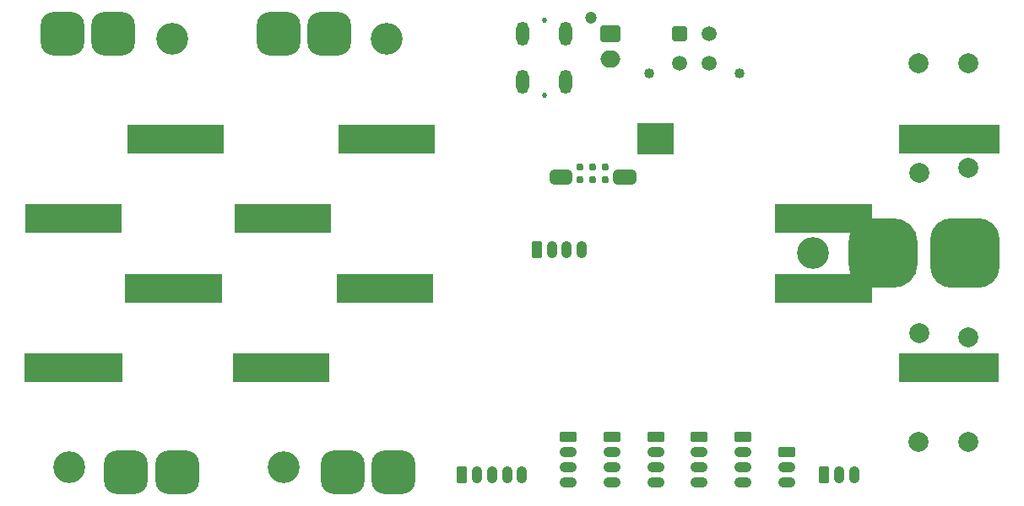
<source format=gbs>
G04 #@! TF.GenerationSoftware,KiCad,Pcbnew,9.0.2*
G04 #@! TF.CreationDate,2025-07-16T03:37:52+03:00*
G04 #@! TF.ProjectId,dcesc-ga25,64636573-632d-4676-9132-352e6b696361,rev?*
G04 #@! TF.SameCoordinates,Original*
G04 #@! TF.FileFunction,Soldermask,Bot*
G04 #@! TF.FilePolarity,Negative*
%FSLAX46Y46*%
G04 Gerber Fmt 4.6, Leading zero omitted, Abs format (unit mm)*
G04 Created by KiCad (PCBNEW 9.0.2) date 2025-07-16 03:37:52*
%MOMM*%
%LPD*%
G01*
G04 APERTURE LIST*
G04 Aperture macros list*
%AMRoundRect*
0 Rectangle with rounded corners*
0 $1 Rounding radius*
0 $2 $3 $4 $5 $6 $7 $8 $9 X,Y pos of 4 corners*
0 Add a 4 corners polygon primitive as box body*
4,1,4,$2,$3,$4,$5,$6,$7,$8,$9,$2,$3,0*
0 Add four circle primitives for the rounded corners*
1,1,$1+$1,$2,$3*
1,1,$1+$1,$4,$5*
1,1,$1+$1,$6,$7*
1,1,$1+$1,$8,$9*
0 Add four rect primitives between the rounded corners*
20,1,$1+$1,$2,$3,$4,$5,0*
20,1,$1+$1,$4,$5,$6,$7,0*
20,1,$1+$1,$6,$7,$8,$9,0*
20,1,$1+$1,$8,$9,$2,$3,0*%
%AMFreePoly0*
4,1,23,0.500000,-0.750000,0.000000,-0.750000,0.000000,-0.745722,-0.065263,-0.745722,-0.191342,-0.711940,-0.304381,-0.646677,-0.396677,-0.554381,-0.461940,-0.441342,-0.495722,-0.315263,-0.495722,-0.250000,-0.500000,-0.250000,-0.500000,0.250000,-0.495722,0.250000,-0.495722,0.315263,-0.461940,0.441342,-0.396677,0.554381,-0.304381,0.646677,-0.191342,0.711940,-0.065263,0.745722,0.000000,0.745722,
0.000000,0.750000,0.500000,0.750000,0.500000,-0.750000,0.500000,-0.750000,$1*%
%AMFreePoly1*
4,1,23,0.000000,0.745722,0.065263,0.745722,0.191342,0.711940,0.304381,0.646677,0.396677,0.554381,0.461940,0.441342,0.495722,0.315263,0.495722,0.250000,0.500000,0.250000,0.500000,-0.250000,0.495722,-0.250000,0.495722,-0.315263,0.461940,-0.441342,0.396677,-0.554381,0.304381,-0.646677,0.191342,-0.711940,0.065263,-0.745722,0.000000,-0.745722,0.000000,-0.750000,-0.500000,-0.750000,
-0.500000,0.750000,0.000000,0.750000,0.000000,0.745722,0.000000,0.745722,$1*%
G04 Aperture macros list end*
%ADD10C,0.100000*%
%ADD11RoundRect,1.000000X0.000010X0.000010X-0.000010X0.000010X-0.000010X-0.000010X0.000010X-0.000010X0*%
%ADD12C,2.000000*%
%ADD13RoundRect,2.249998X-1.250002X-1.250002X1.250002X-1.250002X1.250002X1.250002X-1.250002X1.250002X0*%
%ADD14C,3.200000*%
%ADD15RoundRect,0.250000X-0.265000X-0.615000X0.265000X-0.615000X0.265000X0.615000X-0.265000X0.615000X0*%
%ADD16O,1.030000X1.730000*%
%ADD17C,1.020000*%
%ADD18RoundRect,0.250001X-0.499999X-0.499999X0.499999X-0.499999X0.499999X0.499999X-0.499999X0.499999X0*%
%ADD19C,1.500000*%
%ADD20RoundRect,1.400000X0.800000X-0.800000X0.800000X0.800000X-0.800000X0.800000X-0.800000X-0.800000X0*%
%ADD21RoundRect,0.250000X-0.615000X0.265000X-0.615000X-0.265000X0.615000X-0.265000X0.615000X0.265000X0*%
%ADD22O,1.730000X1.030000*%
%ADD23C,0.770000*%
%ADD24C,0.520000*%
%ADD25O,1.304000X2.404000*%
%ADD26C,1.200000*%
%ADD27RoundRect,0.250000X-0.750000X0.600000X-0.750000X-0.600000X0.750000X-0.600000X0.750000X0.600000X0*%
%ADD28O,2.000000X1.700000*%
%ADD29RoundRect,2.559998X-0.940002X-0.940002X0.940002X-0.940002X0.940002X0.940002X-0.940002X0.940002X0*%
%ADD30RoundRect,1.000000X0.000011X0.000009X-0.000009X0.000011X-0.000011X-0.000009X0.000009X-0.000011X0*%
%ADD31RoundRect,1.000000X0.000009X0.000011X-0.000011X0.000009X-0.000009X-0.000011X0.000011X-0.000009X0*%
%ADD32RoundRect,1.400000X-0.800000X0.800000X-0.800000X-0.800000X0.800000X-0.800000X0.800000X0.800000X0*%
%ADD33FreePoly0,0.000000*%
%ADD34FreePoly1,0.000000*%
%ADD35FreePoly0,180.000000*%
%ADD36FreePoly1,180.000000*%
G04 APERTURE END LIST*
D10*
X177200000Y-77100000D02*
X186800000Y-77100000D01*
X186800000Y-79900000D01*
X177200000Y-79900000D01*
X177200000Y-77100000D01*
G36*
X177200000Y-77100000D02*
G01*
X186800000Y-77100000D01*
X186800000Y-79900000D01*
X177200000Y-79900000D01*
X177200000Y-77100000D01*
G37*
X133200000Y-77100000D02*
X142800000Y-77100000D01*
X142800000Y-79900000D01*
X133200000Y-79900000D01*
X133200000Y-77100000D01*
G36*
X133200000Y-77100000D02*
G01*
X142800000Y-77100000D01*
X142800000Y-79900000D01*
X133200000Y-79900000D01*
X133200000Y-77100000D01*
G37*
X122800000Y-85100000D02*
X132400000Y-85100000D01*
X132400000Y-87900000D01*
X122800000Y-87900000D01*
X122800000Y-85100000D01*
G36*
X122800000Y-85100000D02*
G01*
X132400000Y-85100000D01*
X132400000Y-87900000D01*
X122800000Y-87900000D01*
X122800000Y-85100000D01*
G37*
X163400000Y-62000000D02*
X166900000Y-62000000D01*
X166900000Y-65000000D01*
X163400000Y-65000000D01*
X163400000Y-62000000D01*
G36*
X163400000Y-62000000D02*
G01*
X166900000Y-62000000D01*
X166900000Y-65000000D01*
X163400000Y-65000000D01*
X163400000Y-62000000D01*
G37*
X123000000Y-70100000D02*
X132600000Y-70100000D01*
X132600000Y-72900000D01*
X123000000Y-72900000D01*
X123000000Y-70100000D01*
G36*
X123000000Y-70100000D02*
G01*
X132600000Y-70100000D01*
X132600000Y-72900000D01*
X123000000Y-72900000D01*
X123000000Y-70100000D01*
G37*
X177200000Y-70100000D02*
X186800000Y-70100000D01*
X186800000Y-72900000D01*
X177200000Y-72900000D01*
X177200000Y-70100000D01*
G36*
X177200000Y-70100000D02*
G01*
X186800000Y-70100000D01*
X186800000Y-72900000D01*
X177200000Y-72900000D01*
X177200000Y-70100000D01*
G37*
X101950000Y-85100000D02*
X111650000Y-85100000D01*
X111650000Y-87900000D01*
X101950000Y-87900000D01*
X101950000Y-85100000D01*
G36*
X101950000Y-85100000D02*
G01*
X111650000Y-85100000D01*
X111650000Y-87900000D01*
X101950000Y-87900000D01*
X101950000Y-85100000D01*
G37*
X189600000Y-62100000D02*
X199600000Y-62100000D01*
X199600000Y-64900000D01*
X189600000Y-64900000D01*
X189600000Y-62100000D01*
G36*
X189600000Y-62100000D02*
G01*
X199600000Y-62100000D01*
X199600000Y-64900000D01*
X189600000Y-64900000D01*
X189600000Y-62100000D01*
G37*
X112200000Y-62100000D02*
X121800000Y-62100000D01*
X121800000Y-64900000D01*
X112200000Y-64900000D01*
X112200000Y-62100000D01*
G36*
X112200000Y-62100000D02*
G01*
X121800000Y-62100000D01*
X121800000Y-64900000D01*
X112200000Y-64900000D01*
X112200000Y-62100000D01*
G37*
X102000000Y-70100000D02*
X111600000Y-70100000D01*
X111600000Y-72900000D01*
X102000000Y-72900000D01*
X102000000Y-70100000D01*
G36*
X102000000Y-70100000D02*
G01*
X111600000Y-70100000D01*
X111600000Y-72900000D01*
X102000000Y-72900000D01*
X102000000Y-70100000D01*
G37*
X189650000Y-85100000D02*
X199550000Y-85100000D01*
X199550000Y-87900000D01*
X189650000Y-87900000D01*
X189650000Y-85100000D01*
G36*
X189650000Y-85100000D02*
G01*
X199550000Y-85100000D01*
X199550000Y-87900000D01*
X189650000Y-87900000D01*
X189650000Y-85100000D01*
G37*
X133400000Y-62100000D02*
X143000000Y-62100000D01*
X143000000Y-64900000D01*
X133400000Y-64900000D01*
X133400000Y-62100000D01*
G36*
X133400000Y-62100000D02*
G01*
X143000000Y-62100000D01*
X143000000Y-64900000D01*
X133400000Y-64900000D01*
X133400000Y-62100000D01*
G37*
X112000000Y-77100000D02*
X121600000Y-77100000D01*
X121600000Y-79900000D01*
X112000000Y-79900000D01*
X112000000Y-77100000D01*
G36*
X112000000Y-77100000D02*
G01*
X121600000Y-77100000D01*
X121600000Y-79900000D01*
X112000000Y-79900000D01*
X112000000Y-77100000D01*
G37*
G04 #@! TO.C,J1*
G36*
X155550000Y-68150000D02*
G01*
X155850000Y-68150000D01*
X155850000Y-66650000D01*
X155550000Y-66650000D01*
X155550000Y-68150000D01*
G37*
G04 #@! TO.C,J2*
G36*
X162250000Y-66650000D02*
G01*
X161950000Y-66650000D01*
X161950000Y-68150000D01*
X162250000Y-68150000D01*
X162250000Y-66650000D01*
G37*
G04 #@! TD*
D11*
G04 #@! TO.C,C65*
X196600000Y-56000000D03*
D12*
X191600000Y-56000000D03*
G04 #@! TD*
D13*
G04 #@! TO.C,J18*
X196200000Y-75000000D03*
G04 #@! TD*
D14*
G04 #@! TO.C,H1*
X106400000Y-96500000D03*
G04 #@! TD*
G04 #@! TO.C,H4*
X116700000Y-53500000D03*
G04 #@! TD*
D15*
G04 #@! TO.C,X8*
X182100000Y-97250000D03*
D16*
X183600000Y-97250000D03*
X185100000Y-97250000D03*
G04 #@! TD*
D17*
G04 #@! TO.C,X1*
X164600000Y-56940000D03*
X173600000Y-56940000D03*
D18*
X167600000Y-53000000D03*
D19*
X170600000Y-53000000D03*
X167600000Y-56000000D03*
X170600000Y-56000000D03*
G04 #@! TD*
D20*
G04 #@! TO.C,J7*
X110800000Y-53000000D03*
G04 #@! TD*
G04 #@! TO.C,J5*
X133800000Y-97000000D03*
G04 #@! TD*
D21*
G04 #@! TO.C,X5*
X169600000Y-93500000D03*
D22*
X169600000Y-95000000D03*
X169600000Y-96500000D03*
X169600000Y-98000000D03*
G04 #@! TD*
D20*
G04 #@! TO.C,J4*
X112100000Y-97000000D03*
G04 #@! TD*
D21*
G04 #@! TO.C,X6*
X174000000Y-93500000D03*
D22*
X174000000Y-95000000D03*
X174000000Y-96500000D03*
X174000000Y-98000000D03*
G04 #@! TD*
D11*
G04 #@! TO.C,C68*
X196600000Y-94000000D03*
D12*
X191600000Y-94000000D03*
G04 #@! TD*
D20*
G04 #@! TO.C,J10*
X132500000Y-53000000D03*
G04 #@! TD*
D21*
G04 #@! TO.C,X4*
X165200000Y-93500000D03*
D22*
X165200000Y-95000000D03*
X165200000Y-96500000D03*
X165200000Y-98000000D03*
G04 #@! TD*
D15*
G04 #@! TO.C,X11*
X153300000Y-74650000D03*
D16*
X154800000Y-74650000D03*
X156300000Y-74650000D03*
X157800000Y-74650000D03*
G04 #@! TD*
D21*
G04 #@! TO.C,X9*
X178400000Y-95000000D03*
D22*
X178400000Y-96500000D03*
X178400000Y-98000000D03*
G04 #@! TD*
D23*
G04 #@! TO.C,U13*
X157600000Y-67650000D03*
X158900000Y-67650000D03*
X160200000Y-67650000D03*
X157600000Y-66350000D03*
X158900000Y-66350000D03*
X160200000Y-66350000D03*
G04 #@! TD*
D24*
G04 #@! TO.C,X12*
X154050000Y-59150000D03*
X154050000Y-51650000D03*
D25*
X151900000Y-57800000D03*
X156200000Y-57800000D03*
X151900000Y-53000000D03*
X156200000Y-53000000D03*
G04 #@! TD*
D14*
G04 #@! TO.C,H2*
X127900000Y-96500000D03*
G04 #@! TD*
D21*
G04 #@! TO.C,X3*
X156400000Y-93500000D03*
D22*
X156400000Y-95000000D03*
X156400000Y-96500000D03*
X156400000Y-98000000D03*
G04 #@! TD*
D26*
G04 #@! TO.C,X2*
X158700000Y-51400000D03*
D27*
X160700000Y-53000000D03*
D28*
X160700000Y-55500000D03*
G04 #@! TD*
D21*
G04 #@! TO.C,X7*
X160800000Y-93500000D03*
D22*
X160800000Y-95000000D03*
X160800000Y-96500000D03*
X160800000Y-98000000D03*
G04 #@! TD*
D29*
G04 #@! TO.C,J19*
X188000000Y-75000000D03*
G04 #@! TD*
D14*
G04 #@! TO.C,H5*
X138200000Y-53500000D03*
G04 #@! TD*
D30*
G04 #@! TO.C,C67*
X196600000Y-83500000D03*
D12*
X191619026Y-83064221D03*
G04 #@! TD*
D20*
G04 #@! TO.C,J3*
X117200000Y-97000000D03*
G04 #@! TD*
D15*
G04 #@! TO.C,X10*
X145800000Y-97300000D03*
D16*
X147300000Y-97300000D03*
X148800000Y-97300000D03*
X150300000Y-97300000D03*
X151800000Y-97300000D03*
G04 #@! TD*
D20*
G04 #@! TO.C,J6*
X138900000Y-97000000D03*
G04 #@! TD*
D31*
G04 #@! TO.C,C66*
X196600000Y-66500000D03*
D12*
X191619026Y-66935779D03*
G04 #@! TD*
D20*
G04 #@! TO.C,J8*
X105700000Y-53000000D03*
G04 #@! TD*
D14*
G04 #@! TO.C,H3*
X181000000Y-75000000D03*
G04 #@! TD*
D32*
G04 #@! TO.C,J9*
X127400000Y-53000000D03*
G04 #@! TD*
D33*
G04 #@! TO.C,J1*
X155050000Y-67400000D03*
D34*
X156350000Y-67400000D03*
G04 #@! TD*
D35*
G04 #@! TO.C,J2*
X162750000Y-67400000D03*
D36*
X161450000Y-67400000D03*
G04 #@! TD*
M02*

</source>
